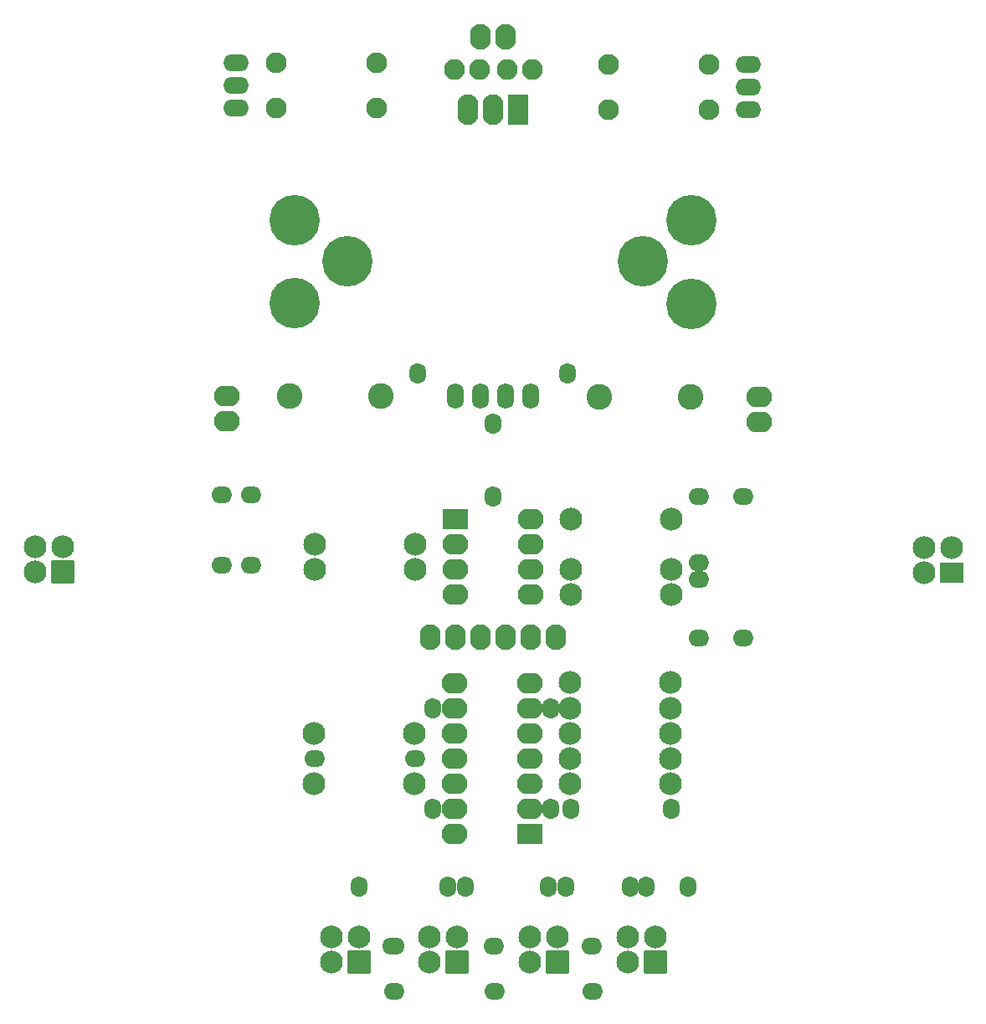
<source format=gbs>
G04 Layer: BottomSolderMaskLayer*
G04 EasyEDA v6.5.48, 2025-03-25 09:41:14*
G04 1b9fd03e791046f9bebca906f8adb083,878c4c1e0da8487e804687d0af4422f9,10*
G04 Gerber Generator version 0.2*
G04 Scale: 100 percent, Rotated: No, Reflected: No *
G04 Dimensions in millimeters *
G04 leading zeros omitted , absolute positions ,4 integer and 5 decimal *
%FSLAX45Y45*%
%MOMM*%

%AMMACRO1*4,1,8,-1.1211,-1.1508,-1.1508,-1.121,-1.1508,1.1211,-1.1211,1.1508,1.121,1.1508,1.1508,1.1211,1.1508,-1.121,1.121,-1.1508,-1.1211,-1.1508,0*%
%AMMACRO2*4,1,8,-1.1211,-1.0508,-1.1508,-1.021,-1.1508,1.0211,-1.1211,1.0508,1.121,1.0508,1.1508,1.0211,1.1508,-1.021,1.121,-1.0508,-1.1211,-1.0508,0*%
%AMMACRO3*4,1,8,-1.0211,-1.5508,-1.0508,-1.521,-1.0508,1.5211,-1.0211,1.5508,1.021,1.5508,1.0508,1.5211,1.0508,-1.521,1.021,-1.5508,-1.0211,-1.5508,0*%
%AMMACRO4*4,1,8,-1.2711,-1.0508,-1.3008,-1.021,-1.3008,1.0211,-1.2711,1.0508,1.271,1.0508,1.3008,1.0211,1.3008,-1.021,1.271,-1.0508,-1.2711,-1.0508,0*%
%AMMACRO5*4,1,8,-1.271,-1.0508,-1.3008,-1.021,-1.3008,1.0211,-1.271,1.0508,1.271,1.0508,1.3008,1.0211,1.3008,-1.021,1.271,-1.0508,-1.271,-1.0508,0*%
%ADD10C,2.3016*%
%ADD11MACRO1*%
%ADD12MACRO2*%
%ADD13O,2.101596X3.1015939999999995*%
%ADD14MACRO3*%
%ADD15O,1.7015968000000001X2.601595*%
%ADD16O,2.101596X2.601595*%
%ADD17C,2.6016*%
%ADD18C,2.1016*%
%ADD19O,2.101596X2.101596*%
%ADD20O,2.601595X2.101596*%
%ADD21O,2.601595X1.7015968000000001*%
%ADD22MACRO4*%
%ADD23MACRO5*%
%ADD24C,5.1016*%
%ADD25O,1.7015968000000001X2.1015960000000002*%
%ADD26O,2.1015960000000002X1.7015968000000001*%
%ADD27O,2.3015956X1.7015968000000001*%

%LPD*%
D10*
G01*
X6362395Y647674D03*
G01*
X6362395Y393674D03*
D11*
G01*
X6642404Y393674D03*
D10*
G01*
X6642379Y647700D03*
G01*
X5371800Y647674D03*
G01*
X5371800Y393674D03*
D11*
G01*
X5651809Y393674D03*
D10*
G01*
X5651784Y647700D03*
G01*
X4355800Y647674D03*
G01*
X4355800Y393674D03*
D11*
G01*
X4635809Y393674D03*
D10*
G01*
X4635784Y647700D03*
G01*
X3365205Y647674D03*
G01*
X3365205Y393674D03*
D11*
G01*
X3645214Y393674D03*
D10*
G01*
X3645189Y647700D03*
G01*
X367995Y4597420D03*
G01*
X367995Y4343420D03*
D11*
G01*
X648004Y4343420D03*
D10*
G01*
X648004Y4597420D03*
G01*
X9359574Y4584725D03*
G01*
X9359574Y4330725D03*
D12*
G01*
X9639584Y4330725D03*
D10*
G01*
X9639584Y4584725D03*
D13*
G01*
X5003672Y9017025D03*
G01*
X4749672Y9017025D03*
D14*
G01*
X5257698Y9017000D03*
D10*
G01*
X5785180Y2451100D03*
G01*
X6801180Y2451100D03*
G01*
X5785180Y2959100D03*
G01*
X6801180Y2959100D03*
G01*
X6801180Y2197100D03*
G01*
X5785180Y2197100D03*
G01*
X6801180Y2705100D03*
G01*
X5785180Y2705100D03*
G01*
X3194380Y2705100D03*
G01*
X4210380Y2705100D03*
G01*
X3194380Y2197100D03*
G01*
X4210380Y2197100D03*
G01*
X3200400Y4368800D03*
G01*
X4216400Y4368800D03*
G01*
X6807200Y4114800D03*
G01*
X5791200Y4114800D03*
G01*
X4216400Y4622800D03*
G01*
X3200400Y4622800D03*
G01*
X5791200Y4876800D03*
G01*
X6807200Y4876800D03*
D15*
G01*
X5384774Y6121400D03*
G01*
X5130774Y6121400D03*
G01*
X4876774Y6121400D03*
G01*
X4622774Y6121400D03*
D16*
G01*
X5638800Y3682974D03*
G01*
X5384800Y3682974D03*
G01*
X5130800Y3682974D03*
G01*
X4876800Y3682974D03*
G01*
X4622800Y3682974D03*
G01*
X4368800Y3683000D03*
D17*
G01*
X3863568Y6121400D03*
G01*
X2943580Y6121400D03*
G01*
X6080480Y6108700D03*
G01*
X7000468Y6108700D03*
D10*
G01*
X5785180Y3225800D03*
G01*
X6801180Y3225800D03*
G01*
X6807200Y4368800D03*
G01*
X5791200Y4368800D03*
D18*
G01*
X2806700Y9029725D03*
G01*
X3822700Y9029725D03*
G01*
X2806700Y9486925D03*
G01*
X3822700Y9486925D03*
G01*
X6172200Y9017025D03*
G01*
X7188200Y9017025D03*
G01*
X6172200Y9474225D03*
G01*
X7188200Y9474225D03*
D19*
G01*
X5143500Y9423400D03*
G01*
X5397500Y9423400D03*
G01*
X4864079Y9423389D03*
G01*
X4610079Y9423389D03*
D16*
G01*
X4876800Y9753574D03*
G01*
X5130800Y9753574D03*
D20*
G01*
X2311374Y5867400D03*
G01*
X2311374Y6121400D03*
G01*
X7696174Y5854700D03*
G01*
X7696174Y6108700D03*
D21*
G01*
X7581900Y9474580D03*
G01*
X7581900Y9245574D03*
G01*
X7581900Y9016568D03*
G01*
X2400300Y9029242D03*
G01*
X2400300Y9258249D03*
G01*
X2400300Y9487280D03*
D20*
G01*
X4616729Y3213125D03*
G01*
X4616831Y2959125D03*
G01*
X4616831Y2705125D03*
G01*
X4616831Y2451125D03*
G01*
X4616831Y2197125D03*
G01*
X4616831Y1943125D03*
G01*
X4616831Y1689125D03*
G01*
X5378831Y3213125D03*
G01*
X5378831Y2959125D03*
G01*
X5378831Y2705125D03*
G01*
X5378831Y2451125D03*
G01*
X5378831Y2197125D03*
G01*
X5378831Y1943125D03*
D22*
G01*
X5378832Y1689125D03*
D23*
G01*
X4622800Y4876800D03*
D20*
G01*
X4622800Y4622800D03*
G01*
X4622800Y4368800D03*
G01*
X4622800Y4114800D03*
G01*
X5384800Y4876800D03*
G01*
X5384800Y4622800D03*
G01*
X5384800Y4368800D03*
G01*
X5384800Y4114800D03*
D24*
G01*
X2997200Y7899374D03*
G01*
X2997200Y7061174D03*
G01*
X7010374Y7048474D03*
G01*
X7010374Y7899374D03*
D25*
G01*
X5003800Y5105400D03*
G01*
X5003800Y5841974D03*
G01*
X4241800Y6349974D03*
G01*
X5753100Y6349974D03*
G01*
X3644892Y1155697D03*
G01*
X4724389Y1155697D03*
G01*
X5740387Y1155697D03*
G01*
X4546589Y1155697D03*
G01*
X5587989Y1943094D03*
G01*
X5587989Y2959094D03*
G01*
X4394200Y2959100D03*
G01*
X4394200Y1943100D03*
G01*
X5791200Y1943100D03*
G01*
X6807200Y1943100D03*
G01*
X5562589Y1155697D03*
G01*
X6972300Y1155700D03*
G01*
X6553187Y1155697D03*
D26*
G01*
X7086584Y4267192D03*
G01*
X7086574Y3670300D03*
G01*
X7086584Y4432292D03*
G01*
X7086574Y5105400D03*
G01*
X7531084Y3670292D03*
G01*
X7531074Y5105400D03*
G01*
X2260594Y5118089D03*
G01*
X2260594Y4406892D03*
D27*
G01*
X3995800Y554837D03*
D26*
G01*
X4000500Y101600D03*
G01*
X5011800Y554837D03*
G01*
X5016500Y101600D03*
G01*
X6002400Y553059D03*
G01*
X6007100Y101600D03*
G01*
X3200400Y2451100D03*
G01*
X4216400Y2451100D03*
D25*
G01*
X6388087Y1155697D03*
D24*
G01*
X6515087Y7480284D03*
G01*
X3530592Y7480284D03*
D26*
G01*
X2552694Y4406892D03*
G01*
X2552694Y5118089D03*
M02*

</source>
